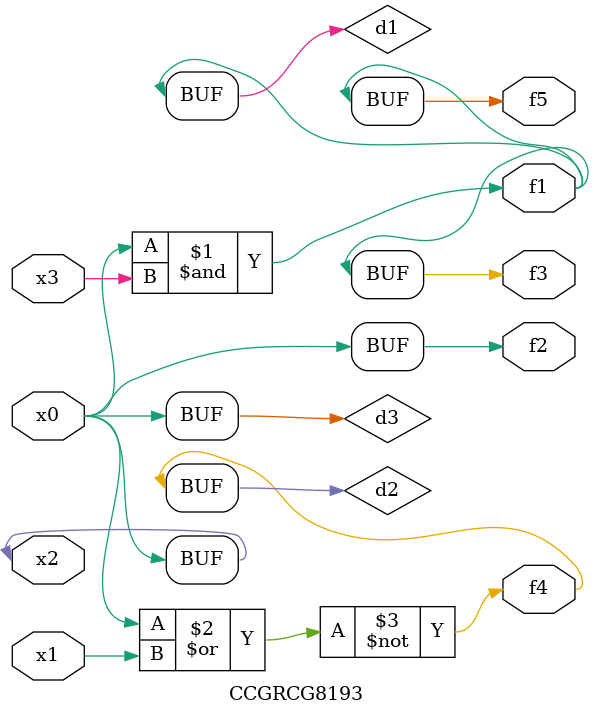
<source format=v>
module CCGRCG8193(
	input x0, x1, x2, x3,
	output f1, f2, f3, f4, f5
);

	wire d1, d2, d3;

	and (d1, x2, x3);
	nor (d2, x0, x1);
	buf (d3, x0, x2);
	assign f1 = d1;
	assign f2 = d3;
	assign f3 = d1;
	assign f4 = d2;
	assign f5 = d1;
endmodule

</source>
